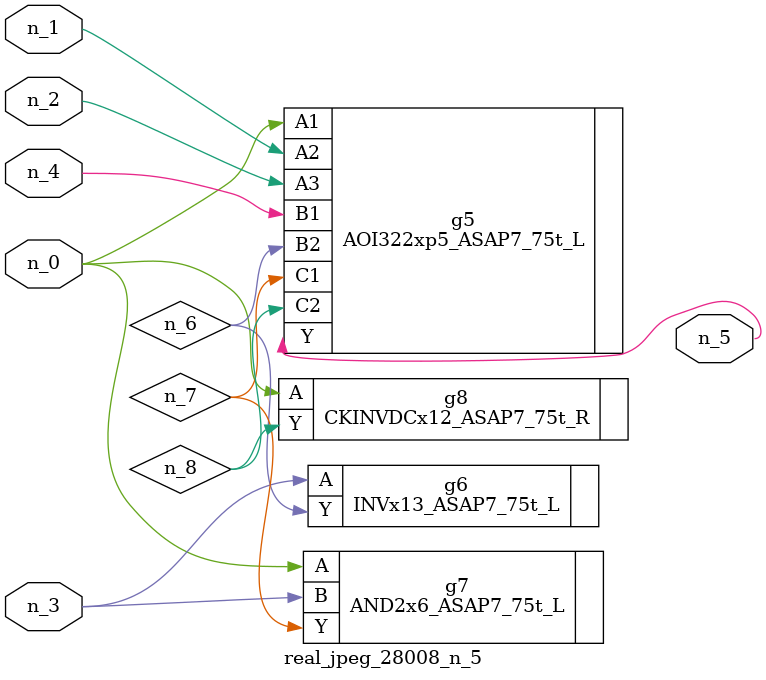
<source format=v>
module real_jpeg_28008_n_5 (n_4, n_0, n_1, n_2, n_3, n_5);

input n_4;
input n_0;
input n_1;
input n_2;
input n_3;

output n_5;

wire n_8;
wire n_6;
wire n_7;

AOI322xp5_ASAP7_75t_L g5 ( 
.A1(n_0),
.A2(n_1),
.A3(n_2),
.B1(n_4),
.B2(n_6),
.C1(n_7),
.C2(n_8),
.Y(n_5)
);

AND2x6_ASAP7_75t_L g7 ( 
.A(n_0),
.B(n_3),
.Y(n_7)
);

CKINVDCx12_ASAP7_75t_R g8 ( 
.A(n_0),
.Y(n_8)
);

INVx13_ASAP7_75t_L g6 ( 
.A(n_3),
.Y(n_6)
);


endmodule
</source>
